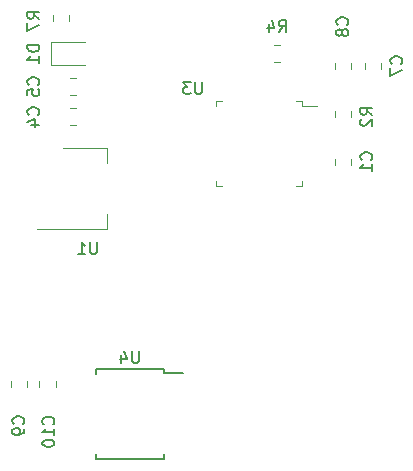
<source format=gbr>
G04 #@! TF.GenerationSoftware,KiCad,Pcbnew,(5.1.0-0)*
G04 #@! TF.CreationDate,2019-04-25T22:15:39+08:00*
G04 #@! TF.ProjectId,ws2812b,77733238-3132-4622-9e6b-696361645f70,rev?*
G04 #@! TF.SameCoordinates,Original*
G04 #@! TF.FileFunction,Legend,Bot*
G04 #@! TF.FilePolarity,Positive*
%FSLAX46Y46*%
G04 Gerber Fmt 4.6, Leading zero omitted, Abs format (unit mm)*
G04 Created by KiCad (PCBNEW (5.1.0-0)) date 2019-04-25 22:15:39*
%MOMM*%
%LPD*%
G04 APERTURE LIST*
%ADD10C,0.120000*%
%ADD11C,0.150000*%
G04 APERTURE END LIST*
D10*
X80152000Y-49838000D02*
X79702000Y-49838000D01*
X79702000Y-49838000D02*
X79702000Y-49388000D01*
X86472000Y-49838000D02*
X86922000Y-49838000D01*
X86922000Y-49838000D02*
X86922000Y-49388000D01*
X80152000Y-42618000D02*
X79702000Y-42618000D01*
X79702000Y-42618000D02*
X79702000Y-43068000D01*
X86472000Y-42618000D02*
X86922000Y-42618000D01*
X86922000Y-42618000D02*
X86922000Y-43068000D01*
X86922000Y-43068000D02*
X88212000Y-43068000D01*
X89714000Y-47490748D02*
X89714000Y-48013252D01*
X91134000Y-47490748D02*
X91134000Y-48013252D01*
X67825252Y-44652000D02*
X67302748Y-44652000D01*
X67825252Y-43232000D02*
X67302748Y-43232000D01*
X67825252Y-40692000D02*
X67302748Y-40692000D01*
X67825252Y-42112000D02*
X67302748Y-42112000D01*
X92254000Y-39885252D02*
X92254000Y-39362748D01*
X93674000Y-39885252D02*
X93674000Y-39362748D01*
X91134000Y-39885252D02*
X91134000Y-39362748D01*
X89714000Y-39885252D02*
X89714000Y-39362748D01*
X63702000Y-66286748D02*
X63702000Y-66809252D01*
X62282000Y-66286748D02*
X62282000Y-66809252D01*
X64728999Y-66286748D02*
X64728999Y-66809252D01*
X66148999Y-66286748D02*
X66148999Y-66809252D01*
X68564000Y-39568000D02*
X65704000Y-39568000D01*
X65704000Y-39568000D02*
X65704000Y-37648000D01*
X65704000Y-37648000D02*
X68564000Y-37648000D01*
X89714000Y-43426748D02*
X89714000Y-43949252D01*
X91134000Y-43426748D02*
X91134000Y-43949252D01*
X84574748Y-39318000D02*
X85097252Y-39318000D01*
X84574748Y-37898000D02*
X85097252Y-37898000D01*
X65838000Y-35821252D02*
X65838000Y-35298748D01*
X67258000Y-35821252D02*
X67258000Y-35298748D01*
X70490000Y-46628000D02*
X70490000Y-47888000D01*
X70490000Y-53448000D02*
X70490000Y-52188000D01*
X66730000Y-46628000D02*
X70490000Y-46628000D01*
X64480000Y-53448000D02*
X70490000Y-53448000D01*
D11*
X75265000Y-65263000D02*
X75265000Y-65613000D01*
X69515000Y-65263000D02*
X69515000Y-65713000D01*
X69515000Y-72913000D02*
X69515000Y-72463000D01*
X75265000Y-72913000D02*
X75265000Y-72463000D01*
X75265000Y-65263000D02*
X69515000Y-65263000D01*
X75265000Y-72913000D02*
X69515000Y-72913000D01*
X75265000Y-65613000D02*
X76865000Y-65613000D01*
X78485904Y-41009880D02*
X78485904Y-41819404D01*
X78438285Y-41914642D01*
X78390666Y-41962261D01*
X78295428Y-42009880D01*
X78104952Y-42009880D01*
X78009714Y-41962261D01*
X77962095Y-41914642D01*
X77914476Y-41819404D01*
X77914476Y-41009880D01*
X77533523Y-41009880D02*
X76914476Y-41009880D01*
X77247809Y-41390833D01*
X77104952Y-41390833D01*
X77009714Y-41438452D01*
X76962095Y-41486071D01*
X76914476Y-41581309D01*
X76914476Y-41819404D01*
X76962095Y-41914642D01*
X77009714Y-41962261D01*
X77104952Y-42009880D01*
X77390666Y-42009880D01*
X77485904Y-41962261D01*
X77533523Y-41914642D01*
X92813142Y-47585333D02*
X92860761Y-47537714D01*
X92908380Y-47394857D01*
X92908380Y-47299619D01*
X92860761Y-47156761D01*
X92765523Y-47061523D01*
X92670285Y-47013904D01*
X92479809Y-46966285D01*
X92336952Y-46966285D01*
X92146476Y-47013904D01*
X92051238Y-47061523D01*
X91956000Y-47156761D01*
X91908380Y-47299619D01*
X91908380Y-47394857D01*
X91956000Y-47537714D01*
X92003619Y-47585333D01*
X92908380Y-48537714D02*
X92908380Y-47966285D01*
X92908380Y-48252000D02*
X91908380Y-48252000D01*
X92051238Y-48156761D01*
X92146476Y-48061523D01*
X92194095Y-47966285D01*
X64619142Y-43775333D02*
X64666761Y-43727714D01*
X64714380Y-43584857D01*
X64714380Y-43489619D01*
X64666761Y-43346761D01*
X64571523Y-43251523D01*
X64476285Y-43203904D01*
X64285809Y-43156285D01*
X64142952Y-43156285D01*
X63952476Y-43203904D01*
X63857238Y-43251523D01*
X63762000Y-43346761D01*
X63714380Y-43489619D01*
X63714380Y-43584857D01*
X63762000Y-43727714D01*
X63809619Y-43775333D01*
X64047714Y-44632476D02*
X64714380Y-44632476D01*
X63666761Y-44394380D02*
X64381047Y-44156285D01*
X64381047Y-44775333D01*
X64619142Y-41235333D02*
X64666761Y-41187714D01*
X64714380Y-41044857D01*
X64714380Y-40949619D01*
X64666761Y-40806761D01*
X64571523Y-40711523D01*
X64476285Y-40663904D01*
X64285809Y-40616285D01*
X64142952Y-40616285D01*
X63952476Y-40663904D01*
X63857238Y-40711523D01*
X63762000Y-40806761D01*
X63714380Y-40949619D01*
X63714380Y-41044857D01*
X63762000Y-41187714D01*
X63809619Y-41235333D01*
X63714380Y-42140095D02*
X63714380Y-41663904D01*
X64190571Y-41616285D01*
X64142952Y-41663904D01*
X64095333Y-41759142D01*
X64095333Y-41997238D01*
X64142952Y-42092476D01*
X64190571Y-42140095D01*
X64285809Y-42187714D01*
X64523904Y-42187714D01*
X64619142Y-42140095D01*
X64666761Y-42092476D01*
X64714380Y-41997238D01*
X64714380Y-41759142D01*
X64666761Y-41663904D01*
X64619142Y-41616285D01*
X95353142Y-39457333D02*
X95400761Y-39409714D01*
X95448380Y-39266857D01*
X95448380Y-39171619D01*
X95400761Y-39028761D01*
X95305523Y-38933523D01*
X95210285Y-38885904D01*
X95019809Y-38838285D01*
X94876952Y-38838285D01*
X94686476Y-38885904D01*
X94591238Y-38933523D01*
X94496000Y-39028761D01*
X94448380Y-39171619D01*
X94448380Y-39266857D01*
X94496000Y-39409714D01*
X94543619Y-39457333D01*
X94448380Y-39790666D02*
X94448380Y-40457333D01*
X95448380Y-40028761D01*
X90781142Y-36155333D02*
X90828761Y-36107714D01*
X90876380Y-35964857D01*
X90876380Y-35869619D01*
X90828761Y-35726761D01*
X90733523Y-35631523D01*
X90638285Y-35583904D01*
X90447809Y-35536285D01*
X90304952Y-35536285D01*
X90114476Y-35583904D01*
X90019238Y-35631523D01*
X89924000Y-35726761D01*
X89876380Y-35869619D01*
X89876380Y-35964857D01*
X89924000Y-36107714D01*
X89971619Y-36155333D01*
X90304952Y-36726761D02*
X90257333Y-36631523D01*
X90209714Y-36583904D01*
X90114476Y-36536285D01*
X90066857Y-36536285D01*
X89971619Y-36583904D01*
X89924000Y-36631523D01*
X89876380Y-36726761D01*
X89876380Y-36917238D01*
X89924000Y-37012476D01*
X89971619Y-37060095D01*
X90066857Y-37107714D01*
X90114476Y-37107714D01*
X90209714Y-37060095D01*
X90257333Y-37012476D01*
X90304952Y-36917238D01*
X90304952Y-36726761D01*
X90352571Y-36631523D01*
X90400190Y-36583904D01*
X90495428Y-36536285D01*
X90685904Y-36536285D01*
X90781142Y-36583904D01*
X90828761Y-36631523D01*
X90876380Y-36726761D01*
X90876380Y-36917238D01*
X90828761Y-37012476D01*
X90781142Y-37060095D01*
X90685904Y-37107714D01*
X90495428Y-37107714D01*
X90400190Y-37060095D01*
X90352571Y-37012476D01*
X90304952Y-36917238D01*
X63349142Y-69937333D02*
X63396761Y-69889714D01*
X63444380Y-69746857D01*
X63444380Y-69651619D01*
X63396761Y-69508761D01*
X63301523Y-69413523D01*
X63206285Y-69365904D01*
X63015809Y-69318285D01*
X62872952Y-69318285D01*
X62682476Y-69365904D01*
X62587238Y-69413523D01*
X62492000Y-69508761D01*
X62444380Y-69651619D01*
X62444380Y-69746857D01*
X62492000Y-69889714D01*
X62539619Y-69937333D01*
X63444380Y-70413523D02*
X63444380Y-70604000D01*
X63396761Y-70699238D01*
X63349142Y-70746857D01*
X63206285Y-70842095D01*
X63015809Y-70889714D01*
X62634857Y-70889714D01*
X62539619Y-70842095D01*
X62492000Y-70794476D01*
X62444380Y-70699238D01*
X62444380Y-70508761D01*
X62492000Y-70413523D01*
X62539619Y-70365904D01*
X62634857Y-70318285D01*
X62872952Y-70318285D01*
X62968190Y-70365904D01*
X63015809Y-70413523D01*
X63063428Y-70508761D01*
X63063428Y-70699238D01*
X63015809Y-70794476D01*
X62968190Y-70842095D01*
X62872952Y-70889714D01*
X65889142Y-69969142D02*
X65936761Y-69921523D01*
X65984380Y-69778666D01*
X65984380Y-69683428D01*
X65936761Y-69540571D01*
X65841523Y-69445333D01*
X65746285Y-69397714D01*
X65555809Y-69350095D01*
X65412952Y-69350095D01*
X65222476Y-69397714D01*
X65127238Y-69445333D01*
X65032000Y-69540571D01*
X64984380Y-69683428D01*
X64984380Y-69778666D01*
X65032000Y-69921523D01*
X65079619Y-69969142D01*
X65984380Y-70921523D02*
X65984380Y-70350095D01*
X65984380Y-70635809D02*
X64984380Y-70635809D01*
X65127238Y-70540571D01*
X65222476Y-70445333D01*
X65270095Y-70350095D01*
X64984380Y-71540571D02*
X64984380Y-71635809D01*
X65032000Y-71731047D01*
X65079619Y-71778666D01*
X65174857Y-71826285D01*
X65365333Y-71873904D01*
X65603428Y-71873904D01*
X65793904Y-71826285D01*
X65889142Y-71778666D01*
X65936761Y-71731047D01*
X65984380Y-71635809D01*
X65984380Y-71540571D01*
X65936761Y-71445333D01*
X65889142Y-71397714D01*
X65793904Y-71350095D01*
X65603428Y-71302476D01*
X65365333Y-71302476D01*
X65174857Y-71350095D01*
X65079619Y-71397714D01*
X65032000Y-71445333D01*
X64984380Y-71540571D01*
X64714380Y-37869904D02*
X63714380Y-37869904D01*
X63714380Y-38108000D01*
X63762000Y-38250857D01*
X63857238Y-38346095D01*
X63952476Y-38393714D01*
X64142952Y-38441333D01*
X64285809Y-38441333D01*
X64476285Y-38393714D01*
X64571523Y-38346095D01*
X64666761Y-38250857D01*
X64714380Y-38108000D01*
X64714380Y-37869904D01*
X64714380Y-39393714D02*
X64714380Y-38822285D01*
X64714380Y-39108000D02*
X63714380Y-39108000D01*
X63857238Y-39012761D01*
X63952476Y-38917523D01*
X64000095Y-38822285D01*
X92908380Y-43775333D02*
X92432190Y-43442000D01*
X92908380Y-43203904D02*
X91908380Y-43203904D01*
X91908380Y-43584857D01*
X91956000Y-43680095D01*
X92003619Y-43727714D01*
X92098857Y-43775333D01*
X92241714Y-43775333D01*
X92336952Y-43727714D01*
X92384571Y-43680095D01*
X92432190Y-43584857D01*
X92432190Y-43203904D01*
X92003619Y-44156285D02*
X91956000Y-44203904D01*
X91908380Y-44299142D01*
X91908380Y-44537238D01*
X91956000Y-44632476D01*
X92003619Y-44680095D01*
X92098857Y-44727714D01*
X92194095Y-44727714D01*
X92336952Y-44680095D01*
X92908380Y-44108666D01*
X92908380Y-44727714D01*
X85002666Y-36774380D02*
X85336000Y-36298190D01*
X85574095Y-36774380D02*
X85574095Y-35774380D01*
X85193142Y-35774380D01*
X85097904Y-35822000D01*
X85050285Y-35869619D01*
X85002666Y-35964857D01*
X85002666Y-36107714D01*
X85050285Y-36202952D01*
X85097904Y-36250571D01*
X85193142Y-36298190D01*
X85574095Y-36298190D01*
X84145523Y-36107714D02*
X84145523Y-36774380D01*
X84383619Y-35726761D02*
X84621714Y-36441047D01*
X84002666Y-36441047D01*
X64714380Y-35647333D02*
X64238190Y-35314000D01*
X64714380Y-35075904D02*
X63714380Y-35075904D01*
X63714380Y-35456857D01*
X63762000Y-35552095D01*
X63809619Y-35599714D01*
X63904857Y-35647333D01*
X64047714Y-35647333D01*
X64142952Y-35599714D01*
X64190571Y-35552095D01*
X64238190Y-35456857D01*
X64238190Y-35075904D01*
X63714380Y-35980666D02*
X63714380Y-36647333D01*
X64714380Y-36218761D01*
X69595904Y-54570380D02*
X69595904Y-55379904D01*
X69548285Y-55475142D01*
X69500666Y-55522761D01*
X69405428Y-55570380D01*
X69214952Y-55570380D01*
X69119714Y-55522761D01*
X69072095Y-55475142D01*
X69024476Y-55379904D01*
X69024476Y-54570380D01*
X68024476Y-55570380D02*
X68595904Y-55570380D01*
X68310190Y-55570380D02*
X68310190Y-54570380D01*
X68405428Y-54713238D01*
X68500666Y-54808476D01*
X68595904Y-54856095D01*
X73151904Y-63790380D02*
X73151904Y-64599904D01*
X73104285Y-64695142D01*
X73056666Y-64742761D01*
X72961428Y-64790380D01*
X72770952Y-64790380D01*
X72675714Y-64742761D01*
X72628095Y-64695142D01*
X72580476Y-64599904D01*
X72580476Y-63790380D01*
X71675714Y-64123714D02*
X71675714Y-64790380D01*
X71913809Y-63742761D02*
X72151904Y-64457047D01*
X71532857Y-64457047D01*
M02*

</source>
